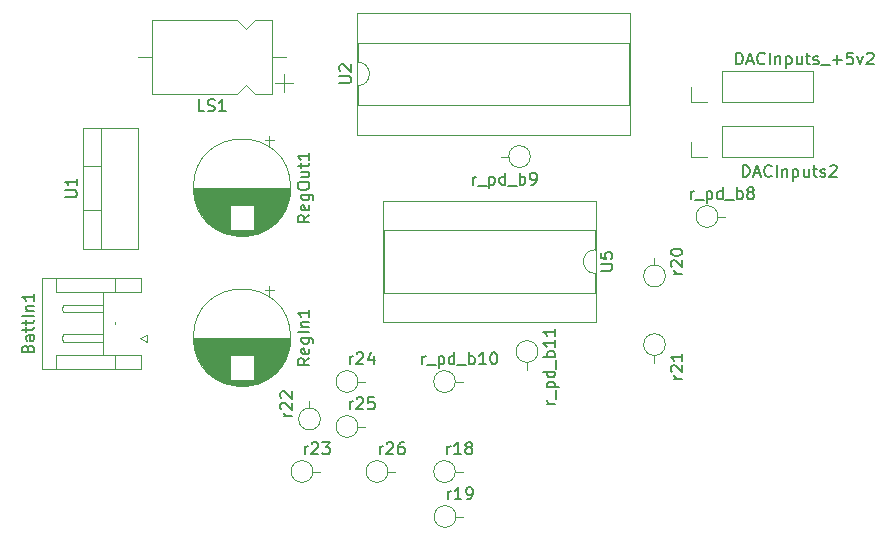
<source format=gbr>
%TF.GenerationSoftware,KiCad,Pcbnew,(6.0.2)*%
%TF.CreationDate,2022-03-17T17:29:19-05:00*%
%TF.ProjectId,alarm-PIC16F1619,616c6172-6d2d-4504-9943-313646313631,rev?*%
%TF.SameCoordinates,Original*%
%TF.FileFunction,Legend,Top*%
%TF.FilePolarity,Positive*%
%FSLAX46Y46*%
G04 Gerber Fmt 4.6, Leading zero omitted, Abs format (unit mm)*
G04 Created by KiCad (PCBNEW (6.0.2)) date 2022-03-17 17:29:19*
%MOMM*%
%LPD*%
G01*
G04 APERTURE LIST*
%ADD10C,0.150000*%
%ADD11C,0.120000*%
G04 APERTURE END LIST*
D10*
%TO.C,DACInputs_+5v2*%
X73565476Y-18232380D02*
X73565476Y-17232380D01*
X73803571Y-17232380D01*
X73946428Y-17280000D01*
X74041666Y-17375238D01*
X74089285Y-17470476D01*
X74136904Y-17660952D01*
X74136904Y-17803809D01*
X74089285Y-17994285D01*
X74041666Y-18089523D01*
X73946428Y-18184761D01*
X73803571Y-18232380D01*
X73565476Y-18232380D01*
X74517857Y-17946666D02*
X74994047Y-17946666D01*
X74422619Y-18232380D02*
X74755952Y-17232380D01*
X75089285Y-18232380D01*
X75994047Y-18137142D02*
X75946428Y-18184761D01*
X75803571Y-18232380D01*
X75708333Y-18232380D01*
X75565476Y-18184761D01*
X75470238Y-18089523D01*
X75422619Y-17994285D01*
X75375000Y-17803809D01*
X75375000Y-17660952D01*
X75422619Y-17470476D01*
X75470238Y-17375238D01*
X75565476Y-17280000D01*
X75708333Y-17232380D01*
X75803571Y-17232380D01*
X75946428Y-17280000D01*
X75994047Y-17327619D01*
X76422619Y-18232380D02*
X76422619Y-17232380D01*
X76898809Y-17565714D02*
X76898809Y-18232380D01*
X76898809Y-17660952D02*
X76946428Y-17613333D01*
X77041666Y-17565714D01*
X77184523Y-17565714D01*
X77279761Y-17613333D01*
X77327380Y-17708571D01*
X77327380Y-18232380D01*
X77803571Y-17565714D02*
X77803571Y-18565714D01*
X77803571Y-17613333D02*
X77898809Y-17565714D01*
X78089285Y-17565714D01*
X78184523Y-17613333D01*
X78232142Y-17660952D01*
X78279761Y-17756190D01*
X78279761Y-18041904D01*
X78232142Y-18137142D01*
X78184523Y-18184761D01*
X78089285Y-18232380D01*
X77898809Y-18232380D01*
X77803571Y-18184761D01*
X79136904Y-17565714D02*
X79136904Y-18232380D01*
X78708333Y-17565714D02*
X78708333Y-18089523D01*
X78755952Y-18184761D01*
X78851190Y-18232380D01*
X78994047Y-18232380D01*
X79089285Y-18184761D01*
X79136904Y-18137142D01*
X79470238Y-17565714D02*
X79851190Y-17565714D01*
X79613095Y-17232380D02*
X79613095Y-18089523D01*
X79660714Y-18184761D01*
X79755952Y-18232380D01*
X79851190Y-18232380D01*
X80136904Y-18184761D02*
X80232142Y-18232380D01*
X80422619Y-18232380D01*
X80517857Y-18184761D01*
X80565476Y-18089523D01*
X80565476Y-18041904D01*
X80517857Y-17946666D01*
X80422619Y-17899047D01*
X80279761Y-17899047D01*
X80184523Y-17851428D01*
X80136904Y-17756190D01*
X80136904Y-17708571D01*
X80184523Y-17613333D01*
X80279761Y-17565714D01*
X80422619Y-17565714D01*
X80517857Y-17613333D01*
X80755952Y-18327619D02*
X81517857Y-18327619D01*
X81755952Y-17851428D02*
X82517857Y-17851428D01*
X82136904Y-18232380D02*
X82136904Y-17470476D01*
X83470238Y-17232380D02*
X82994047Y-17232380D01*
X82946428Y-17708571D01*
X82994047Y-17660952D01*
X83089285Y-17613333D01*
X83327380Y-17613333D01*
X83422619Y-17660952D01*
X83470238Y-17708571D01*
X83517857Y-17803809D01*
X83517857Y-18041904D01*
X83470238Y-18137142D01*
X83422619Y-18184761D01*
X83327380Y-18232380D01*
X83089285Y-18232380D01*
X82994047Y-18184761D01*
X82946428Y-18137142D01*
X83851190Y-17565714D02*
X84089285Y-18232380D01*
X84327380Y-17565714D01*
X84660714Y-17327619D02*
X84708333Y-17280000D01*
X84803571Y-17232380D01*
X85041666Y-17232380D01*
X85136904Y-17280000D01*
X85184523Y-17327619D01*
X85232142Y-17422857D01*
X85232142Y-17518095D01*
X85184523Y-17660952D01*
X84613095Y-18232380D01*
X85232142Y-18232380D01*
%TO.C,DACInputs2*%
X74152619Y-27757380D02*
X74152619Y-26757380D01*
X74390714Y-26757380D01*
X74533571Y-26805000D01*
X74628809Y-26900238D01*
X74676428Y-26995476D01*
X74724047Y-27185952D01*
X74724047Y-27328809D01*
X74676428Y-27519285D01*
X74628809Y-27614523D01*
X74533571Y-27709761D01*
X74390714Y-27757380D01*
X74152619Y-27757380D01*
X75105000Y-27471666D02*
X75581190Y-27471666D01*
X75009761Y-27757380D02*
X75343095Y-26757380D01*
X75676428Y-27757380D01*
X76581190Y-27662142D02*
X76533571Y-27709761D01*
X76390714Y-27757380D01*
X76295476Y-27757380D01*
X76152619Y-27709761D01*
X76057380Y-27614523D01*
X76009761Y-27519285D01*
X75962142Y-27328809D01*
X75962142Y-27185952D01*
X76009761Y-26995476D01*
X76057380Y-26900238D01*
X76152619Y-26805000D01*
X76295476Y-26757380D01*
X76390714Y-26757380D01*
X76533571Y-26805000D01*
X76581190Y-26852619D01*
X77009761Y-27757380D02*
X77009761Y-26757380D01*
X77485952Y-27090714D02*
X77485952Y-27757380D01*
X77485952Y-27185952D02*
X77533571Y-27138333D01*
X77628809Y-27090714D01*
X77771666Y-27090714D01*
X77866904Y-27138333D01*
X77914523Y-27233571D01*
X77914523Y-27757380D01*
X78390714Y-27090714D02*
X78390714Y-28090714D01*
X78390714Y-27138333D02*
X78485952Y-27090714D01*
X78676428Y-27090714D01*
X78771666Y-27138333D01*
X78819285Y-27185952D01*
X78866904Y-27281190D01*
X78866904Y-27566904D01*
X78819285Y-27662142D01*
X78771666Y-27709761D01*
X78676428Y-27757380D01*
X78485952Y-27757380D01*
X78390714Y-27709761D01*
X79724047Y-27090714D02*
X79724047Y-27757380D01*
X79295476Y-27090714D02*
X79295476Y-27614523D01*
X79343095Y-27709761D01*
X79438333Y-27757380D01*
X79581190Y-27757380D01*
X79676428Y-27709761D01*
X79724047Y-27662142D01*
X80057380Y-27090714D02*
X80438333Y-27090714D01*
X80200238Y-26757380D02*
X80200238Y-27614523D01*
X80247857Y-27709761D01*
X80343095Y-27757380D01*
X80438333Y-27757380D01*
X80724047Y-27709761D02*
X80819285Y-27757380D01*
X81009761Y-27757380D01*
X81105000Y-27709761D01*
X81152619Y-27614523D01*
X81152619Y-27566904D01*
X81105000Y-27471666D01*
X81009761Y-27424047D01*
X80866904Y-27424047D01*
X80771666Y-27376428D01*
X80724047Y-27281190D01*
X80724047Y-27233571D01*
X80771666Y-27138333D01*
X80866904Y-27090714D01*
X81009761Y-27090714D01*
X81105000Y-27138333D01*
X81533571Y-26852619D02*
X81581190Y-26805000D01*
X81676428Y-26757380D01*
X81914523Y-26757380D01*
X82009761Y-26805000D01*
X82057380Y-26852619D01*
X82105000Y-26947857D01*
X82105000Y-27043095D01*
X82057380Y-27185952D01*
X81485952Y-27757380D01*
X82105000Y-27757380D01*
%TO.C,U5*%
X62107380Y-35686904D02*
X62916904Y-35686904D01*
X63012142Y-35639285D01*
X63059761Y-35591666D01*
X63107380Y-35496428D01*
X63107380Y-35305952D01*
X63059761Y-35210714D01*
X63012142Y-35163095D01*
X62916904Y-35115476D01*
X62107380Y-35115476D01*
X62107380Y-34163095D02*
X62107380Y-34639285D01*
X62583571Y-34686904D01*
X62535952Y-34639285D01*
X62488333Y-34544047D01*
X62488333Y-34305952D01*
X62535952Y-34210714D01*
X62583571Y-34163095D01*
X62678809Y-34115476D01*
X62916904Y-34115476D01*
X63012142Y-34163095D01*
X63059761Y-34210714D01*
X63107380Y-34305952D01*
X63107380Y-34544047D01*
X63059761Y-34639285D01*
X63012142Y-34686904D01*
%TO.C,r_pd_b11*%
X58252380Y-46957857D02*
X57585714Y-46957857D01*
X57776190Y-46957857D02*
X57680952Y-46910238D01*
X57633333Y-46862619D01*
X57585714Y-46767380D01*
X57585714Y-46672142D01*
X58347619Y-46576904D02*
X58347619Y-45815000D01*
X57585714Y-45576904D02*
X58585714Y-45576904D01*
X57633333Y-45576904D02*
X57585714Y-45481666D01*
X57585714Y-45291190D01*
X57633333Y-45195952D01*
X57680952Y-45148333D01*
X57776190Y-45100714D01*
X58061904Y-45100714D01*
X58157142Y-45148333D01*
X58204761Y-45195952D01*
X58252380Y-45291190D01*
X58252380Y-45481666D01*
X58204761Y-45576904D01*
X58252380Y-44243571D02*
X57252380Y-44243571D01*
X58204761Y-44243571D02*
X58252380Y-44338809D01*
X58252380Y-44529285D01*
X58204761Y-44624523D01*
X58157142Y-44672142D01*
X58061904Y-44719761D01*
X57776190Y-44719761D01*
X57680952Y-44672142D01*
X57633333Y-44624523D01*
X57585714Y-44529285D01*
X57585714Y-44338809D01*
X57633333Y-44243571D01*
X58347619Y-44005476D02*
X58347619Y-43243571D01*
X58252380Y-43005476D02*
X57252380Y-43005476D01*
X57633333Y-43005476D02*
X57585714Y-42910238D01*
X57585714Y-42719761D01*
X57633333Y-42624523D01*
X57680952Y-42576904D01*
X57776190Y-42529285D01*
X58061904Y-42529285D01*
X58157142Y-42576904D01*
X58204761Y-42624523D01*
X58252380Y-42719761D01*
X58252380Y-42910238D01*
X58204761Y-43005476D01*
X58252380Y-41576904D02*
X58252380Y-42148333D01*
X58252380Y-41862619D02*
X57252380Y-41862619D01*
X57395238Y-41957857D01*
X57490476Y-42053095D01*
X57538095Y-42148333D01*
X58252380Y-40624523D02*
X58252380Y-41195952D01*
X58252380Y-40910238D02*
X57252380Y-40910238D01*
X57395238Y-41005476D01*
X57490476Y-41100714D01*
X57538095Y-41195952D01*
%TO.C,r_pd_b10*%
X47022142Y-43617380D02*
X47022142Y-42950714D01*
X47022142Y-43141190D02*
X47069761Y-43045952D01*
X47117380Y-42998333D01*
X47212619Y-42950714D01*
X47307857Y-42950714D01*
X47403095Y-43712619D02*
X48165000Y-43712619D01*
X48403095Y-42950714D02*
X48403095Y-43950714D01*
X48403095Y-42998333D02*
X48498333Y-42950714D01*
X48688809Y-42950714D01*
X48784047Y-42998333D01*
X48831666Y-43045952D01*
X48879285Y-43141190D01*
X48879285Y-43426904D01*
X48831666Y-43522142D01*
X48784047Y-43569761D01*
X48688809Y-43617380D01*
X48498333Y-43617380D01*
X48403095Y-43569761D01*
X49736428Y-43617380D02*
X49736428Y-42617380D01*
X49736428Y-43569761D02*
X49641190Y-43617380D01*
X49450714Y-43617380D01*
X49355476Y-43569761D01*
X49307857Y-43522142D01*
X49260238Y-43426904D01*
X49260238Y-43141190D01*
X49307857Y-43045952D01*
X49355476Y-42998333D01*
X49450714Y-42950714D01*
X49641190Y-42950714D01*
X49736428Y-42998333D01*
X49974523Y-43712619D02*
X50736428Y-43712619D01*
X50974523Y-43617380D02*
X50974523Y-42617380D01*
X50974523Y-42998333D02*
X51069761Y-42950714D01*
X51260238Y-42950714D01*
X51355476Y-42998333D01*
X51403095Y-43045952D01*
X51450714Y-43141190D01*
X51450714Y-43426904D01*
X51403095Y-43522142D01*
X51355476Y-43569761D01*
X51260238Y-43617380D01*
X51069761Y-43617380D01*
X50974523Y-43569761D01*
X52403095Y-43617380D02*
X51831666Y-43617380D01*
X52117380Y-43617380D02*
X52117380Y-42617380D01*
X52022142Y-42760238D01*
X51926904Y-42855476D01*
X51831666Y-42903095D01*
X53022142Y-42617380D02*
X53117380Y-42617380D01*
X53212619Y-42665000D01*
X53260238Y-42712619D01*
X53307857Y-42807857D01*
X53355476Y-42998333D01*
X53355476Y-43236428D01*
X53307857Y-43426904D01*
X53260238Y-43522142D01*
X53212619Y-43569761D01*
X53117380Y-43617380D01*
X53022142Y-43617380D01*
X52926904Y-43569761D01*
X52879285Y-43522142D01*
X52831666Y-43426904D01*
X52784047Y-43236428D01*
X52784047Y-42998333D01*
X52831666Y-42807857D01*
X52879285Y-42712619D01*
X52926904Y-42665000D01*
X53022142Y-42617380D01*
%TO.C,r_pd_b9*%
X51308333Y-28407380D02*
X51308333Y-27740714D01*
X51308333Y-27931190D02*
X51355952Y-27835952D01*
X51403571Y-27788333D01*
X51498809Y-27740714D01*
X51594047Y-27740714D01*
X51689285Y-28502619D02*
X52451190Y-28502619D01*
X52689285Y-27740714D02*
X52689285Y-28740714D01*
X52689285Y-27788333D02*
X52784523Y-27740714D01*
X52975000Y-27740714D01*
X53070238Y-27788333D01*
X53117857Y-27835952D01*
X53165476Y-27931190D01*
X53165476Y-28216904D01*
X53117857Y-28312142D01*
X53070238Y-28359761D01*
X52975000Y-28407380D01*
X52784523Y-28407380D01*
X52689285Y-28359761D01*
X54022619Y-28407380D02*
X54022619Y-27407380D01*
X54022619Y-28359761D02*
X53927380Y-28407380D01*
X53736904Y-28407380D01*
X53641666Y-28359761D01*
X53594047Y-28312142D01*
X53546428Y-28216904D01*
X53546428Y-27931190D01*
X53594047Y-27835952D01*
X53641666Y-27788333D01*
X53736904Y-27740714D01*
X53927380Y-27740714D01*
X54022619Y-27788333D01*
X54260714Y-28502619D02*
X55022619Y-28502619D01*
X55260714Y-28407380D02*
X55260714Y-27407380D01*
X55260714Y-27788333D02*
X55355952Y-27740714D01*
X55546428Y-27740714D01*
X55641666Y-27788333D01*
X55689285Y-27835952D01*
X55736904Y-27931190D01*
X55736904Y-28216904D01*
X55689285Y-28312142D01*
X55641666Y-28359761D01*
X55546428Y-28407380D01*
X55355952Y-28407380D01*
X55260714Y-28359761D01*
X56213095Y-28407380D02*
X56403571Y-28407380D01*
X56498809Y-28359761D01*
X56546428Y-28312142D01*
X56641666Y-28169285D01*
X56689285Y-27978809D01*
X56689285Y-27597857D01*
X56641666Y-27502619D01*
X56594047Y-27455000D01*
X56498809Y-27407380D01*
X56308333Y-27407380D01*
X56213095Y-27455000D01*
X56165476Y-27502619D01*
X56117857Y-27597857D01*
X56117857Y-27835952D01*
X56165476Y-27931190D01*
X56213095Y-27978809D01*
X56308333Y-28026428D01*
X56498809Y-28026428D01*
X56594047Y-27978809D01*
X56641666Y-27931190D01*
X56689285Y-27835952D01*
%TO.C,r_pd_b8*%
X69723333Y-29647380D02*
X69723333Y-28980714D01*
X69723333Y-29171190D02*
X69770952Y-29075952D01*
X69818571Y-29028333D01*
X69913809Y-28980714D01*
X70009047Y-28980714D01*
X70104285Y-29742619D02*
X70866190Y-29742619D01*
X71104285Y-28980714D02*
X71104285Y-29980714D01*
X71104285Y-29028333D02*
X71199523Y-28980714D01*
X71390000Y-28980714D01*
X71485238Y-29028333D01*
X71532857Y-29075952D01*
X71580476Y-29171190D01*
X71580476Y-29456904D01*
X71532857Y-29552142D01*
X71485238Y-29599761D01*
X71390000Y-29647380D01*
X71199523Y-29647380D01*
X71104285Y-29599761D01*
X72437619Y-29647380D02*
X72437619Y-28647380D01*
X72437619Y-29599761D02*
X72342380Y-29647380D01*
X72151904Y-29647380D01*
X72056666Y-29599761D01*
X72009047Y-29552142D01*
X71961428Y-29456904D01*
X71961428Y-29171190D01*
X72009047Y-29075952D01*
X72056666Y-29028333D01*
X72151904Y-28980714D01*
X72342380Y-28980714D01*
X72437619Y-29028333D01*
X72675714Y-29742619D02*
X73437619Y-29742619D01*
X73675714Y-29647380D02*
X73675714Y-28647380D01*
X73675714Y-29028333D02*
X73770952Y-28980714D01*
X73961428Y-28980714D01*
X74056666Y-29028333D01*
X74104285Y-29075952D01*
X74151904Y-29171190D01*
X74151904Y-29456904D01*
X74104285Y-29552142D01*
X74056666Y-29599761D01*
X73961428Y-29647380D01*
X73770952Y-29647380D01*
X73675714Y-29599761D01*
X74723333Y-29075952D02*
X74628095Y-29028333D01*
X74580476Y-28980714D01*
X74532857Y-28885476D01*
X74532857Y-28837857D01*
X74580476Y-28742619D01*
X74628095Y-28695000D01*
X74723333Y-28647380D01*
X74913809Y-28647380D01*
X75009047Y-28695000D01*
X75056666Y-28742619D01*
X75104285Y-28837857D01*
X75104285Y-28885476D01*
X75056666Y-28980714D01*
X75009047Y-29028333D01*
X74913809Y-29075952D01*
X74723333Y-29075952D01*
X74628095Y-29123571D01*
X74580476Y-29171190D01*
X74532857Y-29266428D01*
X74532857Y-29456904D01*
X74580476Y-29552142D01*
X74628095Y-29599761D01*
X74723333Y-29647380D01*
X74913809Y-29647380D01*
X75009047Y-29599761D01*
X75056666Y-29552142D01*
X75104285Y-29456904D01*
X75104285Y-29266428D01*
X75056666Y-29171190D01*
X75009047Y-29123571D01*
X74913809Y-29075952D01*
%TO.C,r26*%
X43426190Y-51237380D02*
X43426190Y-50570714D01*
X43426190Y-50761190D02*
X43473809Y-50665952D01*
X43521428Y-50618333D01*
X43616666Y-50570714D01*
X43711904Y-50570714D01*
X43997619Y-50332619D02*
X44045238Y-50285000D01*
X44140476Y-50237380D01*
X44378571Y-50237380D01*
X44473809Y-50285000D01*
X44521428Y-50332619D01*
X44569047Y-50427857D01*
X44569047Y-50523095D01*
X44521428Y-50665952D01*
X43950000Y-51237380D01*
X44569047Y-51237380D01*
X45426190Y-50237380D02*
X45235714Y-50237380D01*
X45140476Y-50285000D01*
X45092857Y-50332619D01*
X44997619Y-50475476D01*
X44950000Y-50665952D01*
X44950000Y-51046904D01*
X44997619Y-51142142D01*
X45045238Y-51189761D01*
X45140476Y-51237380D01*
X45330952Y-51237380D01*
X45426190Y-51189761D01*
X45473809Y-51142142D01*
X45521428Y-51046904D01*
X45521428Y-50808809D01*
X45473809Y-50713571D01*
X45426190Y-50665952D01*
X45330952Y-50618333D01*
X45140476Y-50618333D01*
X45045238Y-50665952D01*
X44997619Y-50713571D01*
X44950000Y-50808809D01*
%TO.C,r25*%
X40886190Y-47427380D02*
X40886190Y-46760714D01*
X40886190Y-46951190D02*
X40933809Y-46855952D01*
X40981428Y-46808333D01*
X41076666Y-46760714D01*
X41171904Y-46760714D01*
X41457619Y-46522619D02*
X41505238Y-46475000D01*
X41600476Y-46427380D01*
X41838571Y-46427380D01*
X41933809Y-46475000D01*
X41981428Y-46522619D01*
X42029047Y-46617857D01*
X42029047Y-46713095D01*
X41981428Y-46855952D01*
X41410000Y-47427380D01*
X42029047Y-47427380D01*
X42933809Y-46427380D02*
X42457619Y-46427380D01*
X42410000Y-46903571D01*
X42457619Y-46855952D01*
X42552857Y-46808333D01*
X42790952Y-46808333D01*
X42886190Y-46855952D01*
X42933809Y-46903571D01*
X42981428Y-46998809D01*
X42981428Y-47236904D01*
X42933809Y-47332142D01*
X42886190Y-47379761D01*
X42790952Y-47427380D01*
X42552857Y-47427380D01*
X42457619Y-47379761D01*
X42410000Y-47332142D01*
%TO.C,r24*%
X40886190Y-43617380D02*
X40886190Y-42950714D01*
X40886190Y-43141190D02*
X40933809Y-43045952D01*
X40981428Y-42998333D01*
X41076666Y-42950714D01*
X41171904Y-42950714D01*
X41457619Y-42712619D02*
X41505238Y-42665000D01*
X41600476Y-42617380D01*
X41838571Y-42617380D01*
X41933809Y-42665000D01*
X41981428Y-42712619D01*
X42029047Y-42807857D01*
X42029047Y-42903095D01*
X41981428Y-43045952D01*
X41410000Y-43617380D01*
X42029047Y-43617380D01*
X42886190Y-42950714D02*
X42886190Y-43617380D01*
X42648095Y-42569761D02*
X42410000Y-43284047D01*
X43029047Y-43284047D01*
%TO.C,r23*%
X37076190Y-51237380D02*
X37076190Y-50570714D01*
X37076190Y-50761190D02*
X37123809Y-50665952D01*
X37171428Y-50618333D01*
X37266666Y-50570714D01*
X37361904Y-50570714D01*
X37647619Y-50332619D02*
X37695238Y-50285000D01*
X37790476Y-50237380D01*
X38028571Y-50237380D01*
X38123809Y-50285000D01*
X38171428Y-50332619D01*
X38219047Y-50427857D01*
X38219047Y-50523095D01*
X38171428Y-50665952D01*
X37600000Y-51237380D01*
X38219047Y-51237380D01*
X38552380Y-50237380D02*
X39171428Y-50237380D01*
X38838095Y-50618333D01*
X38980952Y-50618333D01*
X39076190Y-50665952D01*
X39123809Y-50713571D01*
X39171428Y-50808809D01*
X39171428Y-51046904D01*
X39123809Y-51142142D01*
X39076190Y-51189761D01*
X38980952Y-51237380D01*
X38695238Y-51237380D01*
X38600000Y-51189761D01*
X38552380Y-51142142D01*
%TO.C,r22*%
X35997380Y-48013809D02*
X35330714Y-48013809D01*
X35521190Y-48013809D02*
X35425952Y-47966190D01*
X35378333Y-47918571D01*
X35330714Y-47823333D01*
X35330714Y-47728095D01*
X35092619Y-47442380D02*
X35045000Y-47394761D01*
X34997380Y-47299523D01*
X34997380Y-47061428D01*
X35045000Y-46966190D01*
X35092619Y-46918571D01*
X35187857Y-46870952D01*
X35283095Y-46870952D01*
X35425952Y-46918571D01*
X35997380Y-47490000D01*
X35997380Y-46870952D01*
X35092619Y-46490000D02*
X35045000Y-46442380D01*
X34997380Y-46347142D01*
X34997380Y-46109047D01*
X35045000Y-46013809D01*
X35092619Y-45966190D01*
X35187857Y-45918571D01*
X35283095Y-45918571D01*
X35425952Y-45966190D01*
X35997380Y-46537619D01*
X35997380Y-45918571D01*
%TO.C,r21*%
X69032380Y-44838809D02*
X68365714Y-44838809D01*
X68556190Y-44838809D02*
X68460952Y-44791190D01*
X68413333Y-44743571D01*
X68365714Y-44648333D01*
X68365714Y-44553095D01*
X68127619Y-44267380D02*
X68080000Y-44219761D01*
X68032380Y-44124523D01*
X68032380Y-43886428D01*
X68080000Y-43791190D01*
X68127619Y-43743571D01*
X68222857Y-43695952D01*
X68318095Y-43695952D01*
X68460952Y-43743571D01*
X69032380Y-44315000D01*
X69032380Y-43695952D01*
X69032380Y-42743571D02*
X69032380Y-43315000D01*
X69032380Y-43029285D02*
X68032380Y-43029285D01*
X68175238Y-43124523D01*
X68270476Y-43219761D01*
X68318095Y-43315000D01*
%TO.C,r20*%
X69032380Y-35938809D02*
X68365714Y-35938809D01*
X68556190Y-35938809D02*
X68460952Y-35891190D01*
X68413333Y-35843571D01*
X68365714Y-35748333D01*
X68365714Y-35653095D01*
X68127619Y-35367380D02*
X68080000Y-35319761D01*
X68032380Y-35224523D01*
X68032380Y-34986428D01*
X68080000Y-34891190D01*
X68127619Y-34843571D01*
X68222857Y-34795952D01*
X68318095Y-34795952D01*
X68460952Y-34843571D01*
X69032380Y-35415000D01*
X69032380Y-34795952D01*
X68032380Y-34176904D02*
X68032380Y-34081666D01*
X68080000Y-33986428D01*
X68127619Y-33938809D01*
X68222857Y-33891190D01*
X68413333Y-33843571D01*
X68651428Y-33843571D01*
X68841904Y-33891190D01*
X68937142Y-33938809D01*
X68984761Y-33986428D01*
X69032380Y-34081666D01*
X69032380Y-34176904D01*
X68984761Y-34272142D01*
X68937142Y-34319761D01*
X68841904Y-34367380D01*
X68651428Y-34415000D01*
X68413333Y-34415000D01*
X68222857Y-34367380D01*
X68127619Y-34319761D01*
X68080000Y-34272142D01*
X68032380Y-34176904D01*
%TO.C,r19*%
X49191190Y-55047380D02*
X49191190Y-54380714D01*
X49191190Y-54571190D02*
X49238809Y-54475952D01*
X49286428Y-54428333D01*
X49381666Y-54380714D01*
X49476904Y-54380714D01*
X50334047Y-55047380D02*
X49762619Y-55047380D01*
X50048333Y-55047380D02*
X50048333Y-54047380D01*
X49953095Y-54190238D01*
X49857857Y-54285476D01*
X49762619Y-54333095D01*
X50810238Y-55047380D02*
X51000714Y-55047380D01*
X51095952Y-54999761D01*
X51143571Y-54952142D01*
X51238809Y-54809285D01*
X51286428Y-54618809D01*
X51286428Y-54237857D01*
X51238809Y-54142619D01*
X51191190Y-54095000D01*
X51095952Y-54047380D01*
X50905476Y-54047380D01*
X50810238Y-54095000D01*
X50762619Y-54142619D01*
X50715000Y-54237857D01*
X50715000Y-54475952D01*
X50762619Y-54571190D01*
X50810238Y-54618809D01*
X50905476Y-54666428D01*
X51095952Y-54666428D01*
X51191190Y-54618809D01*
X51238809Y-54571190D01*
X51286428Y-54475952D01*
%TO.C,r18*%
X49141190Y-51237380D02*
X49141190Y-50570714D01*
X49141190Y-50761190D02*
X49188809Y-50665952D01*
X49236428Y-50618333D01*
X49331666Y-50570714D01*
X49426904Y-50570714D01*
X50284047Y-51237380D02*
X49712619Y-51237380D01*
X49998333Y-51237380D02*
X49998333Y-50237380D01*
X49903095Y-50380238D01*
X49807857Y-50475476D01*
X49712619Y-50523095D01*
X50855476Y-50665952D02*
X50760238Y-50618333D01*
X50712619Y-50570714D01*
X50665000Y-50475476D01*
X50665000Y-50427857D01*
X50712619Y-50332619D01*
X50760238Y-50285000D01*
X50855476Y-50237380D01*
X51045952Y-50237380D01*
X51141190Y-50285000D01*
X51188809Y-50332619D01*
X51236428Y-50427857D01*
X51236428Y-50475476D01*
X51188809Y-50570714D01*
X51141190Y-50618333D01*
X51045952Y-50665952D01*
X50855476Y-50665952D01*
X50760238Y-50713571D01*
X50712619Y-50761190D01*
X50665000Y-50856428D01*
X50665000Y-51046904D01*
X50712619Y-51142142D01*
X50760238Y-51189761D01*
X50855476Y-51237380D01*
X51045952Y-51237380D01*
X51141190Y-51189761D01*
X51188809Y-51142142D01*
X51236428Y-51046904D01*
X51236428Y-50856428D01*
X51188809Y-50761190D01*
X51141190Y-50713571D01*
X51045952Y-50665952D01*
%TO.C,U2*%
X39992380Y-19801904D02*
X40801904Y-19801904D01*
X40897142Y-19754285D01*
X40944761Y-19706666D01*
X40992380Y-19611428D01*
X40992380Y-19420952D01*
X40944761Y-19325714D01*
X40897142Y-19278095D01*
X40801904Y-19230476D01*
X39992380Y-19230476D01*
X40087619Y-18801904D02*
X40040000Y-18754285D01*
X39992380Y-18659047D01*
X39992380Y-18420952D01*
X40040000Y-18325714D01*
X40087619Y-18278095D01*
X40182857Y-18230476D01*
X40278095Y-18230476D01*
X40420952Y-18278095D01*
X40992380Y-18849523D01*
X40992380Y-18230476D01*
%TO.C,RegIn1*%
X37452380Y-43110444D02*
X36976190Y-43443777D01*
X37452380Y-43681872D02*
X36452380Y-43681872D01*
X36452380Y-43300920D01*
X36500000Y-43205682D01*
X36547619Y-43158063D01*
X36642857Y-43110444D01*
X36785714Y-43110444D01*
X36880952Y-43158063D01*
X36928571Y-43205682D01*
X36976190Y-43300920D01*
X36976190Y-43681872D01*
X37404761Y-42300920D02*
X37452380Y-42396158D01*
X37452380Y-42586634D01*
X37404761Y-42681872D01*
X37309523Y-42729491D01*
X36928571Y-42729491D01*
X36833333Y-42681872D01*
X36785714Y-42586634D01*
X36785714Y-42396158D01*
X36833333Y-42300920D01*
X36928571Y-42253301D01*
X37023809Y-42253301D01*
X37119047Y-42729491D01*
X36785714Y-41396158D02*
X37595238Y-41396158D01*
X37690476Y-41443777D01*
X37738095Y-41491396D01*
X37785714Y-41586634D01*
X37785714Y-41729491D01*
X37738095Y-41824729D01*
X37404761Y-41396158D02*
X37452380Y-41491396D01*
X37452380Y-41681872D01*
X37404761Y-41777110D01*
X37357142Y-41824729D01*
X37261904Y-41872349D01*
X36976190Y-41872349D01*
X36880952Y-41824729D01*
X36833333Y-41777110D01*
X36785714Y-41681872D01*
X36785714Y-41491396D01*
X36833333Y-41396158D01*
X37452380Y-40919968D02*
X36452380Y-40919968D01*
X36785714Y-40443777D02*
X37452380Y-40443777D01*
X36880952Y-40443777D02*
X36833333Y-40396158D01*
X36785714Y-40300920D01*
X36785714Y-40158063D01*
X36833333Y-40062825D01*
X36928571Y-40015206D01*
X37452380Y-40015206D01*
X37452380Y-39015206D02*
X37452380Y-39586634D01*
X37452380Y-39300920D02*
X36452380Y-39300920D01*
X36595238Y-39396158D01*
X36690476Y-39491396D01*
X36738095Y-39586634D01*
%TO.C,LS1*%
X28567142Y-22205209D02*
X28090952Y-22205209D01*
X28090952Y-21205209D01*
X28852857Y-22157590D02*
X28995714Y-22205209D01*
X29233809Y-22205209D01*
X29329047Y-22157590D01*
X29376666Y-22109971D01*
X29424285Y-22014733D01*
X29424285Y-21919495D01*
X29376666Y-21824257D01*
X29329047Y-21776638D01*
X29233809Y-21729019D01*
X29043333Y-21681400D01*
X28948095Y-21633781D01*
X28900476Y-21586162D01*
X28852857Y-21490924D01*
X28852857Y-21395686D01*
X28900476Y-21300448D01*
X28948095Y-21252829D01*
X29043333Y-21205209D01*
X29281428Y-21205209D01*
X29424285Y-21252829D01*
X30376666Y-22205209D02*
X29805238Y-22205209D01*
X30090952Y-22205209D02*
X30090952Y-21205209D01*
X29995714Y-21348067D01*
X29900476Y-21443305D01*
X29805238Y-21490924D01*
%TO.C,U1*%
X16772380Y-29474253D02*
X17581904Y-29474253D01*
X17677142Y-29426634D01*
X17724761Y-29379015D01*
X17772380Y-29283777D01*
X17772380Y-29093301D01*
X17724761Y-28998063D01*
X17677142Y-28950444D01*
X17581904Y-28902825D01*
X16772380Y-28902825D01*
X17772380Y-27902825D02*
X17772380Y-28474253D01*
X17772380Y-28188539D02*
X16772380Y-28188539D01*
X16915238Y-28283777D01*
X17010476Y-28379015D01*
X17058095Y-28474253D01*
%TO.C,RegOut1*%
X37452380Y-30981872D02*
X36976190Y-31315206D01*
X37452380Y-31553301D02*
X36452380Y-31553301D01*
X36452380Y-31172349D01*
X36500000Y-31077110D01*
X36547619Y-31029491D01*
X36642857Y-30981872D01*
X36785714Y-30981872D01*
X36880952Y-31029491D01*
X36928571Y-31077110D01*
X36976190Y-31172349D01*
X36976190Y-31553301D01*
X37404761Y-30172349D02*
X37452380Y-30267587D01*
X37452380Y-30458063D01*
X37404761Y-30553301D01*
X37309523Y-30600920D01*
X36928571Y-30600920D01*
X36833333Y-30553301D01*
X36785714Y-30458063D01*
X36785714Y-30267587D01*
X36833333Y-30172349D01*
X36928571Y-30124729D01*
X37023809Y-30124729D01*
X37119047Y-30600920D01*
X36785714Y-29267587D02*
X37595238Y-29267587D01*
X37690476Y-29315206D01*
X37738095Y-29362825D01*
X37785714Y-29458063D01*
X37785714Y-29600920D01*
X37738095Y-29696158D01*
X37404761Y-29267587D02*
X37452380Y-29362825D01*
X37452380Y-29553301D01*
X37404761Y-29648539D01*
X37357142Y-29696158D01*
X37261904Y-29743777D01*
X36976190Y-29743777D01*
X36880952Y-29696158D01*
X36833333Y-29648539D01*
X36785714Y-29553301D01*
X36785714Y-29362825D01*
X36833333Y-29267587D01*
X36452380Y-28600920D02*
X36452380Y-28410444D01*
X36500000Y-28315206D01*
X36595238Y-28219968D01*
X36785714Y-28172349D01*
X37119047Y-28172349D01*
X37309523Y-28219968D01*
X37404761Y-28315206D01*
X37452380Y-28410444D01*
X37452380Y-28600920D01*
X37404761Y-28696158D01*
X37309523Y-28791396D01*
X37119047Y-28839015D01*
X36785714Y-28839015D01*
X36595238Y-28791396D01*
X36500000Y-28696158D01*
X36452380Y-28600920D01*
X36785714Y-27315206D02*
X37452380Y-27315206D01*
X36785714Y-27743777D02*
X37309523Y-27743777D01*
X37404761Y-27696158D01*
X37452380Y-27600920D01*
X37452380Y-27458063D01*
X37404761Y-27362825D01*
X37357142Y-27315206D01*
X36785714Y-26981872D02*
X36785714Y-26600920D01*
X36452380Y-26839015D02*
X37309523Y-26839015D01*
X37404761Y-26791396D01*
X37452380Y-26696158D01*
X37452380Y-26600920D01*
X37452380Y-25743777D02*
X37452380Y-26315206D01*
X37452380Y-26029491D02*
X36452380Y-26029491D01*
X36595238Y-26124729D01*
X36690476Y-26219968D01*
X36738095Y-26315206D01*
%TO.C,BattIn1*%
X13618571Y-42281396D02*
X13666190Y-42138539D01*
X13713809Y-42090920D01*
X13809047Y-42043301D01*
X13951904Y-42043301D01*
X14047142Y-42090920D01*
X14094761Y-42138539D01*
X14142380Y-42233777D01*
X14142380Y-42614729D01*
X13142380Y-42614729D01*
X13142380Y-42281396D01*
X13190000Y-42186158D01*
X13237619Y-42138539D01*
X13332857Y-42090920D01*
X13428095Y-42090920D01*
X13523333Y-42138539D01*
X13570952Y-42186158D01*
X13618571Y-42281396D01*
X13618571Y-42614729D01*
X14142380Y-41186158D02*
X13618571Y-41186158D01*
X13523333Y-41233777D01*
X13475714Y-41329015D01*
X13475714Y-41519491D01*
X13523333Y-41614729D01*
X14094761Y-41186158D02*
X14142380Y-41281396D01*
X14142380Y-41519491D01*
X14094761Y-41614729D01*
X13999523Y-41662349D01*
X13904285Y-41662349D01*
X13809047Y-41614729D01*
X13761428Y-41519491D01*
X13761428Y-41281396D01*
X13713809Y-41186158D01*
X13475714Y-40852825D02*
X13475714Y-40471872D01*
X13142380Y-40709968D02*
X13999523Y-40709968D01*
X14094761Y-40662349D01*
X14142380Y-40567110D01*
X14142380Y-40471872D01*
X13475714Y-40281396D02*
X13475714Y-39900444D01*
X13142380Y-40138539D02*
X13999523Y-40138539D01*
X14094761Y-40090920D01*
X14142380Y-39995682D01*
X14142380Y-39900444D01*
X14142380Y-39567110D02*
X13142380Y-39567110D01*
X13475714Y-39090920D02*
X14142380Y-39090920D01*
X13570952Y-39090920D02*
X13523333Y-39043301D01*
X13475714Y-38948063D01*
X13475714Y-38805206D01*
X13523333Y-38709968D01*
X13618571Y-38662349D01*
X14142380Y-38662349D01*
X14142380Y-37662349D02*
X14142380Y-38233777D01*
X14142380Y-37948063D02*
X13142380Y-37948063D01*
X13285238Y-38043301D01*
X13380476Y-38138539D01*
X13428095Y-38233777D01*
D11*
%TO.C,DACInputs_+5v2*%
X72400000Y-18785000D02*
X80080000Y-18785000D01*
X71130000Y-21445000D02*
X69800000Y-21445000D01*
X80080000Y-21445000D02*
X80080000Y-18785000D01*
X72400000Y-21445000D02*
X72400000Y-18785000D01*
X69800000Y-21445000D02*
X69800000Y-20115000D01*
X72400000Y-21445000D02*
X80080000Y-21445000D01*
%TO.C,DACInputs2*%
X72400000Y-23435000D02*
X80080000Y-23435000D01*
X71130000Y-26095000D02*
X69800000Y-26095000D01*
X80080000Y-26095000D02*
X80080000Y-23435000D01*
X72400000Y-26095000D02*
X72400000Y-23435000D01*
X69800000Y-26095000D02*
X69800000Y-24765000D01*
X72400000Y-26095000D02*
X80080000Y-26095000D01*
%TO.C,U5*%
X61715000Y-40065000D02*
X61715000Y-29785000D01*
X43695000Y-40065000D02*
X61715000Y-40065000D01*
X43695000Y-29785000D02*
X43695000Y-40065000D01*
X61655000Y-37575000D02*
X61655000Y-35925000D01*
X61655000Y-32275000D02*
X43755000Y-32275000D01*
X43755000Y-32275000D02*
X43755000Y-37575000D01*
X61655000Y-33925000D02*
X61655000Y-32275000D01*
X61715000Y-29785000D02*
X43695000Y-29785000D01*
X43755000Y-37575000D02*
X61655000Y-37575000D01*
X61655000Y-33925000D02*
G75*
G03*
X61655000Y-35925000I0J-1000000D01*
G01*
%TO.C,r_pd_b11*%
X55880000Y-43465000D02*
X55880000Y-44085000D01*
X56800000Y-42545000D02*
G75*
G03*
X56800000Y-42545000I-920000J0D01*
G01*
%TO.C,r_pd_b10*%
X49815000Y-45085000D02*
X50435000Y-45085000D01*
X49815000Y-45085000D02*
G75*
G03*
X49815000Y-45085000I-920000J0D01*
G01*
%TO.C,r_pd_b9*%
X56165000Y-26035000D02*
G75*
G03*
X56165000Y-26035000I-920000J0D01*
G01*
X54325000Y-26035000D02*
X53705000Y-26035000D01*
%TO.C,r_pd_b8*%
X72040000Y-31115000D02*
X72660000Y-31115000D01*
X72040000Y-31115000D02*
G75*
G03*
X72040000Y-31115000I-920000J0D01*
G01*
%TO.C,r26*%
X44100000Y-52705000D02*
X44720000Y-52705000D01*
X44100000Y-52705000D02*
G75*
G03*
X44100000Y-52705000I-920000J0D01*
G01*
%TO.C,r25*%
X41560000Y-48895000D02*
X42180000Y-48895000D01*
X41560000Y-48895000D02*
G75*
G03*
X41560000Y-48895000I-920000J0D01*
G01*
%TO.C,r24*%
X41560000Y-45085000D02*
X42180000Y-45085000D01*
X41560000Y-45085000D02*
G75*
G03*
X41560000Y-45085000I-920000J0D01*
G01*
%TO.C,r23*%
X37750000Y-52705000D02*
X38370000Y-52705000D01*
X37750000Y-52705000D02*
G75*
G03*
X37750000Y-52705000I-920000J0D01*
G01*
%TO.C,r22*%
X37465000Y-47340000D02*
X37465000Y-46720000D01*
X38385000Y-48260000D02*
G75*
G03*
X38385000Y-48260000I-920000J0D01*
G01*
%TO.C,r21*%
X66675000Y-42880000D02*
X66675000Y-43500000D01*
X67595000Y-41960000D02*
G75*
G03*
X67595000Y-41960000I-920000J0D01*
G01*
%TO.C,r20*%
X66675000Y-35225000D02*
X66675000Y-34605000D01*
X67595000Y-36145000D02*
G75*
G03*
X67595000Y-36145000I-920000J0D01*
G01*
%TO.C,r19*%
X49865000Y-56515000D02*
X50485000Y-56515000D01*
X49865000Y-56515000D02*
G75*
G03*
X49865000Y-56515000I-920000J0D01*
G01*
%TO.C,r18*%
X49815000Y-52705000D02*
X50435000Y-52705000D01*
X49815000Y-52705000D02*
G75*
G03*
X49815000Y-52705000I-920000J0D01*
G01*
%TO.C,U2*%
X41540000Y-21690000D02*
X64520000Y-21690000D01*
X64520000Y-16390000D02*
X41540000Y-16390000D01*
X64580000Y-24180000D02*
X64580000Y-13900000D01*
X64580000Y-13900000D02*
X41480000Y-13900000D01*
X41480000Y-13900000D02*
X41480000Y-24180000D01*
X41480000Y-24180000D02*
X64580000Y-24180000D01*
X41540000Y-16390000D02*
X41540000Y-18040000D01*
X41540000Y-20040000D02*
X41540000Y-21690000D01*
X64520000Y-21690000D02*
X64520000Y-16390000D01*
X41540000Y-20040000D02*
G75*
G03*
X41540000Y-18040000I0J1000000D01*
G01*
%TO.C,RegIn1*%
X35717000Y-42333349D02*
X27783000Y-42333349D01*
X33302000Y-45173349D02*
X30198000Y-45173349D01*
X33916000Y-44853349D02*
X32790000Y-44853349D01*
X30710000Y-43053349D02*
X28028000Y-43053349D01*
X34695000Y-44213349D02*
X32790000Y-44213349D01*
X35752000Y-42173349D02*
X27748000Y-42173349D01*
X30710000Y-43373349D02*
X28188000Y-43373349D01*
X35707000Y-42373349D02*
X27793000Y-42373349D01*
X30710000Y-43613349D02*
X28332000Y-43613349D01*
X35555000Y-42853349D02*
X32790000Y-42853349D01*
X30710000Y-43973349D02*
X28594000Y-43973349D01*
X33203000Y-45213349D02*
X30297000Y-45213349D01*
X35744000Y-42213349D02*
X27756000Y-42213349D01*
X35824000Y-41612349D02*
X27676000Y-41612349D01*
X33714000Y-44973349D02*
X29786000Y-44973349D01*
X35802000Y-41852349D02*
X27698000Y-41852349D01*
X30710000Y-44453349D02*
X29053000Y-44453349D01*
X30710000Y-44573349D02*
X29194000Y-44573349D01*
X32283000Y-45453349D02*
X31217000Y-45453349D01*
X30710000Y-44253349D02*
X28843000Y-44253349D01*
X30710000Y-43693349D02*
X28385000Y-43693349D01*
X35807000Y-41812349D02*
X27693000Y-41812349D01*
X35830000Y-41452349D02*
X27670000Y-41452349D01*
X30710000Y-43733349D02*
X28412000Y-43733349D01*
X35290000Y-43413349D02*
X32790000Y-43413349D01*
X34401000Y-44493349D02*
X32790000Y-44493349D01*
X34037000Y-44773349D02*
X32790000Y-44773349D01*
X34306000Y-44573349D02*
X32790000Y-44573349D01*
X35168000Y-43613349D02*
X32790000Y-43613349D01*
X30710000Y-44053349D02*
X28660000Y-44053349D01*
X34491000Y-44413349D02*
X32790000Y-44413349D01*
X30710000Y-42853349D02*
X27945000Y-42853349D01*
X32979000Y-45293349D02*
X30521000Y-45293349D01*
X35652000Y-42573349D02*
X27848000Y-42573349D01*
X35454000Y-43093349D02*
X32790000Y-43093349D01*
X34906000Y-43973349D02*
X32790000Y-43973349D01*
X34065000Y-36962651D02*
X34065000Y-37762651D01*
X35735000Y-42253349D02*
X27765000Y-42253349D01*
X35627000Y-42653349D02*
X27873000Y-42653349D01*
X35780000Y-42012349D02*
X27720000Y-42012349D01*
X35507000Y-42973349D02*
X32790000Y-42973349D01*
X34805000Y-44093349D02*
X32790000Y-44093349D01*
X33852000Y-44893349D02*
X32790000Y-44893349D01*
X35664000Y-42533349D02*
X27836000Y-42533349D01*
X35088000Y-43733349D02*
X32790000Y-43733349D01*
X32698000Y-45373349D02*
X30802000Y-45373349D01*
X35436000Y-43133349D02*
X32790000Y-43133349D01*
X33563000Y-45053349D02*
X29937000Y-45053349D01*
X30710000Y-43493349D02*
X28257000Y-43493349D01*
X35613000Y-42693349D02*
X27887000Y-42693349D01*
X35397000Y-43213349D02*
X32790000Y-43213349D01*
X30710000Y-44213349D02*
X28805000Y-44213349D01*
X33096000Y-45253349D02*
X30404000Y-45253349D01*
X30710000Y-43453349D02*
X28233000Y-43453349D01*
X34465000Y-37362651D02*
X33665000Y-37362651D01*
X35142000Y-43653349D02*
X32790000Y-43653349D01*
X35472000Y-43053349D02*
X32790000Y-43053349D01*
X30710000Y-43013349D02*
X28010000Y-43013349D01*
X35686000Y-42453349D02*
X27814000Y-42453349D01*
X30710000Y-43533349D02*
X28281000Y-43533349D01*
X30710000Y-44093349D02*
X28695000Y-44093349D01*
X34874000Y-44013349D02*
X32790000Y-44013349D01*
X35818000Y-41692349D02*
X27682000Y-41692349D01*
X30710000Y-42933349D02*
X27976000Y-42933349D01*
X34204000Y-44653349D02*
X32790000Y-44653349D01*
X30710000Y-44813349D02*
X29522000Y-44813349D01*
X35675000Y-42493349D02*
X27825000Y-42493349D01*
X33395000Y-45133349D02*
X30105000Y-45133349D01*
X35194000Y-43573349D02*
X32790000Y-43573349D01*
X35792000Y-41932349D02*
X27708000Y-41932349D01*
X30710000Y-44013349D02*
X28626000Y-44013349D01*
X34354000Y-44533349D02*
X32790000Y-44533349D01*
X30710000Y-44893349D02*
X29648000Y-44893349D01*
X32848000Y-45333349D02*
X30652000Y-45333349D01*
X35334000Y-43333349D02*
X32790000Y-43333349D01*
X34939000Y-43933349D02*
X32790000Y-43933349D01*
X35726000Y-42293349D02*
X27774000Y-42293349D01*
X34534000Y-44373349D02*
X32790000Y-44373349D01*
X35639000Y-42613349D02*
X27861000Y-42613349D01*
X32518000Y-45413349D02*
X30982000Y-45413349D01*
X30710000Y-42893349D02*
X27960000Y-42893349D01*
X30710000Y-43413349D02*
X28210000Y-43413349D01*
X35356000Y-43293349D02*
X32790000Y-43293349D01*
X30710000Y-43573349D02*
X28306000Y-43573349D01*
X30710000Y-43173349D02*
X28084000Y-43173349D01*
X30710000Y-43333349D02*
X28166000Y-43333349D01*
X30710000Y-44133349D02*
X28731000Y-44133349D01*
X30710000Y-44693349D02*
X29350000Y-44693349D01*
X35787000Y-41972349D02*
X27713000Y-41972349D01*
X30710000Y-43213349D02*
X28103000Y-43213349D01*
X30710000Y-43133349D02*
X28064000Y-43133349D01*
X30710000Y-43253349D02*
X28123000Y-43253349D01*
X35815000Y-41732349D02*
X27685000Y-41732349D01*
X35798000Y-41892349D02*
X27702000Y-41892349D01*
X33640000Y-45013349D02*
X29860000Y-45013349D01*
X35767000Y-42093349D02*
X27733000Y-42093349D01*
X35585000Y-42773349D02*
X27915000Y-42773349D01*
X30710000Y-43653349D02*
X28358000Y-43653349D01*
X30710000Y-43813349D02*
X28470000Y-43813349D01*
X34769000Y-44133349D02*
X32790000Y-44133349D01*
X30710000Y-42973349D02*
X27993000Y-42973349D01*
X34150000Y-44693349D02*
X32790000Y-44693349D01*
X35115000Y-43693349D02*
X32790000Y-43693349D01*
X35416000Y-43173349D02*
X32790000Y-43173349D01*
X35821000Y-41652349D02*
X27679000Y-41652349D01*
X34733000Y-44173349D02*
X32790000Y-44173349D01*
X30710000Y-44613349D02*
X29245000Y-44613349D01*
X35571000Y-42813349D02*
X27929000Y-42813349D01*
X35829000Y-41492349D02*
X27671000Y-41492349D01*
X33978000Y-44813349D02*
X32790000Y-44813349D01*
X30710000Y-44533349D02*
X29146000Y-44533349D01*
X30710000Y-43293349D02*
X28144000Y-43293349D01*
X35827000Y-41532349D02*
X27673000Y-41532349D01*
X30710000Y-43853349D02*
X28500000Y-43853349D01*
X35524000Y-42933349D02*
X32790000Y-42933349D01*
X30710000Y-44173349D02*
X28767000Y-44173349D01*
X35267000Y-43453349D02*
X32790000Y-43453349D01*
X34576000Y-44333349D02*
X32790000Y-44333349D01*
X35490000Y-43013349D02*
X32790000Y-43013349D01*
X30710000Y-44373349D02*
X28966000Y-44373349D01*
X30710000Y-44413349D02*
X29009000Y-44413349D01*
X35830000Y-41412349D02*
X27670000Y-41412349D01*
X35774000Y-42052349D02*
X27726000Y-42052349D01*
X35697000Y-42413349D02*
X27803000Y-42413349D01*
X30710000Y-44733349D02*
X29405000Y-44733349D01*
X35219000Y-43533349D02*
X32790000Y-43533349D01*
X35830000Y-41372349D02*
X27670000Y-41372349D01*
X34970000Y-43893349D02*
X32790000Y-43893349D01*
X34095000Y-44733349D02*
X32790000Y-44733349D01*
X34840000Y-44053349D02*
X32790000Y-44053349D01*
X34255000Y-44613349D02*
X32790000Y-44613349D01*
X30710000Y-44653349D02*
X29296000Y-44653349D01*
X35312000Y-43373349D02*
X32790000Y-43373349D01*
X30710000Y-43093349D02*
X28046000Y-43093349D01*
X30710000Y-44773349D02*
X29463000Y-44773349D01*
X35811000Y-41772349D02*
X27689000Y-41772349D01*
X34447000Y-44453349D02*
X32790000Y-44453349D01*
X33784000Y-44933349D02*
X29716000Y-44933349D01*
X30710000Y-43893349D02*
X28530000Y-43893349D01*
X34657000Y-44253349D02*
X32790000Y-44253349D01*
X30710000Y-43773349D02*
X28441000Y-43773349D01*
X35540000Y-42893349D02*
X32790000Y-42893349D01*
X30710000Y-44493349D02*
X29099000Y-44493349D01*
X35760000Y-42133349D02*
X27740000Y-42133349D01*
X30710000Y-44293349D02*
X28883000Y-44293349D01*
X30710000Y-43933349D02*
X28561000Y-43933349D01*
X34617000Y-44293349D02*
X32790000Y-44293349D01*
X30710000Y-44333349D02*
X28924000Y-44333349D01*
X35059000Y-43773349D02*
X32790000Y-43773349D01*
X35030000Y-43813349D02*
X32790000Y-43813349D01*
X35826000Y-41572349D02*
X27674000Y-41572349D01*
X35000000Y-43853349D02*
X32790000Y-43853349D01*
X35377000Y-43253349D02*
X32790000Y-43253349D01*
X35243000Y-43493349D02*
X32790000Y-43493349D01*
X30710000Y-44853349D02*
X29584000Y-44853349D01*
X33481000Y-45093349D02*
X30019000Y-45093349D01*
X35600000Y-42733349D02*
X27900000Y-42733349D01*
X35870000Y-41372349D02*
G75*
G03*
X35870000Y-41372349I-4120000J0D01*
G01*
%TO.C,LS1*%
X32830000Y-14512829D02*
X32080000Y-15262829D01*
X36080000Y-19832829D02*
X34580000Y-19832829D01*
X31330000Y-14512829D02*
X24090000Y-14512829D01*
X31330000Y-20752829D02*
X24090000Y-20752829D01*
X35470000Y-17632829D02*
X34330000Y-17632829D01*
X22950000Y-17632829D02*
X24090000Y-17632829D01*
X34330000Y-20752829D02*
X32830000Y-20752829D01*
X32830000Y-20752829D02*
X32080000Y-20002829D01*
X34330000Y-20752829D02*
X34330000Y-14512829D01*
X32080000Y-20002829D02*
X31330000Y-20752829D01*
X24090000Y-20752829D02*
X24090000Y-14512829D01*
X34330000Y-14512829D02*
X32830000Y-14512829D01*
X32080000Y-15262829D02*
X31330000Y-14512829D01*
X35330000Y-20582829D02*
X35330000Y-19082829D01*
%TO.C,U1*%
X18320000Y-33832349D02*
X18320000Y-23592349D01*
X18320000Y-30562349D02*
X19830000Y-30562349D01*
X18320000Y-26861349D02*
X19830000Y-26861349D01*
X18320000Y-33832349D02*
X22961000Y-33832349D01*
X22961000Y-33832349D02*
X22961000Y-23592349D01*
X18320000Y-23592349D02*
X22961000Y-23592349D01*
X19830000Y-33832349D02*
X19830000Y-23592349D01*
%TO.C,RegOut1*%
X35717000Y-29633349D02*
X27783000Y-29633349D01*
X33302000Y-32473349D02*
X30198000Y-32473349D01*
X33916000Y-32153349D02*
X32790000Y-32153349D01*
X30710000Y-30353349D02*
X28028000Y-30353349D01*
X34695000Y-31513349D02*
X32790000Y-31513349D01*
X35752000Y-29473349D02*
X27748000Y-29473349D01*
X30710000Y-30673349D02*
X28188000Y-30673349D01*
X35707000Y-29673349D02*
X27793000Y-29673349D01*
X30710000Y-30913349D02*
X28332000Y-30913349D01*
X35555000Y-30153349D02*
X32790000Y-30153349D01*
X30710000Y-31273349D02*
X28594000Y-31273349D01*
X33203000Y-32513349D02*
X30297000Y-32513349D01*
X35744000Y-29513349D02*
X27756000Y-29513349D01*
X35824000Y-28912349D02*
X27676000Y-28912349D01*
X33714000Y-32273349D02*
X29786000Y-32273349D01*
X35802000Y-29152349D02*
X27698000Y-29152349D01*
X30710000Y-31753349D02*
X29053000Y-31753349D01*
X30710000Y-31873349D02*
X29194000Y-31873349D01*
X32283000Y-32753349D02*
X31217000Y-32753349D01*
X30710000Y-31553349D02*
X28843000Y-31553349D01*
X30710000Y-30993349D02*
X28385000Y-30993349D01*
X35807000Y-29112349D02*
X27693000Y-29112349D01*
X35830000Y-28752349D02*
X27670000Y-28752349D01*
X30710000Y-31033349D02*
X28412000Y-31033349D01*
X35290000Y-30713349D02*
X32790000Y-30713349D01*
X34401000Y-31793349D02*
X32790000Y-31793349D01*
X34037000Y-32073349D02*
X32790000Y-32073349D01*
X34306000Y-31873349D02*
X32790000Y-31873349D01*
X35168000Y-30913349D02*
X32790000Y-30913349D01*
X30710000Y-31353349D02*
X28660000Y-31353349D01*
X34491000Y-31713349D02*
X32790000Y-31713349D01*
X30710000Y-30153349D02*
X27945000Y-30153349D01*
X32979000Y-32593349D02*
X30521000Y-32593349D01*
X35652000Y-29873349D02*
X27848000Y-29873349D01*
X35454000Y-30393349D02*
X32790000Y-30393349D01*
X34906000Y-31273349D02*
X32790000Y-31273349D01*
X34065000Y-24262651D02*
X34065000Y-25062651D01*
X35735000Y-29553349D02*
X27765000Y-29553349D01*
X35627000Y-29953349D02*
X27873000Y-29953349D01*
X35780000Y-29312349D02*
X27720000Y-29312349D01*
X35507000Y-30273349D02*
X32790000Y-30273349D01*
X34805000Y-31393349D02*
X32790000Y-31393349D01*
X33852000Y-32193349D02*
X32790000Y-32193349D01*
X35664000Y-29833349D02*
X27836000Y-29833349D01*
X35088000Y-31033349D02*
X32790000Y-31033349D01*
X32698000Y-32673349D02*
X30802000Y-32673349D01*
X35436000Y-30433349D02*
X32790000Y-30433349D01*
X33563000Y-32353349D02*
X29937000Y-32353349D01*
X30710000Y-30793349D02*
X28257000Y-30793349D01*
X35613000Y-29993349D02*
X27887000Y-29993349D01*
X35397000Y-30513349D02*
X32790000Y-30513349D01*
X30710000Y-31513349D02*
X28805000Y-31513349D01*
X33096000Y-32553349D02*
X30404000Y-32553349D01*
X30710000Y-30753349D02*
X28233000Y-30753349D01*
X34465000Y-24662651D02*
X33665000Y-24662651D01*
X35142000Y-30953349D02*
X32790000Y-30953349D01*
X35472000Y-30353349D02*
X32790000Y-30353349D01*
X30710000Y-30313349D02*
X28010000Y-30313349D01*
X35686000Y-29753349D02*
X27814000Y-29753349D01*
X30710000Y-30833349D02*
X28281000Y-30833349D01*
X30710000Y-31393349D02*
X28695000Y-31393349D01*
X34874000Y-31313349D02*
X32790000Y-31313349D01*
X35818000Y-28992349D02*
X27682000Y-28992349D01*
X30710000Y-30233349D02*
X27976000Y-30233349D01*
X34204000Y-31953349D02*
X32790000Y-31953349D01*
X30710000Y-32113349D02*
X29522000Y-32113349D01*
X35675000Y-29793349D02*
X27825000Y-29793349D01*
X33395000Y-32433349D02*
X30105000Y-32433349D01*
X35194000Y-30873349D02*
X32790000Y-30873349D01*
X35792000Y-29232349D02*
X27708000Y-29232349D01*
X30710000Y-31313349D02*
X28626000Y-31313349D01*
X34354000Y-31833349D02*
X32790000Y-31833349D01*
X30710000Y-32193349D02*
X29648000Y-32193349D01*
X32848000Y-32633349D02*
X30652000Y-32633349D01*
X35334000Y-30633349D02*
X32790000Y-30633349D01*
X34939000Y-31233349D02*
X32790000Y-31233349D01*
X35726000Y-29593349D02*
X27774000Y-29593349D01*
X34534000Y-31673349D02*
X32790000Y-31673349D01*
X35639000Y-29913349D02*
X27861000Y-29913349D01*
X32518000Y-32713349D02*
X30982000Y-32713349D01*
X30710000Y-30193349D02*
X27960000Y-30193349D01*
X30710000Y-30713349D02*
X28210000Y-30713349D01*
X35356000Y-30593349D02*
X32790000Y-30593349D01*
X30710000Y-30873349D02*
X28306000Y-30873349D01*
X30710000Y-30473349D02*
X28084000Y-30473349D01*
X30710000Y-30633349D02*
X28166000Y-30633349D01*
X30710000Y-31433349D02*
X28731000Y-31433349D01*
X30710000Y-31993349D02*
X29350000Y-31993349D01*
X35787000Y-29272349D02*
X27713000Y-29272349D01*
X30710000Y-30513349D02*
X28103000Y-30513349D01*
X30710000Y-30433349D02*
X28064000Y-30433349D01*
X30710000Y-30553349D02*
X28123000Y-30553349D01*
X35815000Y-29032349D02*
X27685000Y-29032349D01*
X35798000Y-29192349D02*
X27702000Y-29192349D01*
X33640000Y-32313349D02*
X29860000Y-32313349D01*
X35767000Y-29393349D02*
X27733000Y-29393349D01*
X35585000Y-30073349D02*
X27915000Y-30073349D01*
X30710000Y-30953349D02*
X28358000Y-30953349D01*
X30710000Y-31113349D02*
X28470000Y-31113349D01*
X34769000Y-31433349D02*
X32790000Y-31433349D01*
X30710000Y-30273349D02*
X27993000Y-30273349D01*
X34150000Y-31993349D02*
X32790000Y-31993349D01*
X35115000Y-30993349D02*
X32790000Y-30993349D01*
X35416000Y-30473349D02*
X32790000Y-30473349D01*
X35821000Y-28952349D02*
X27679000Y-28952349D01*
X34733000Y-31473349D02*
X32790000Y-31473349D01*
X30710000Y-31913349D02*
X29245000Y-31913349D01*
X35571000Y-30113349D02*
X27929000Y-30113349D01*
X35829000Y-28792349D02*
X27671000Y-28792349D01*
X33978000Y-32113349D02*
X32790000Y-32113349D01*
X30710000Y-31833349D02*
X29146000Y-31833349D01*
X30710000Y-30593349D02*
X28144000Y-30593349D01*
X35827000Y-28832349D02*
X27673000Y-28832349D01*
X30710000Y-31153349D02*
X28500000Y-31153349D01*
X35524000Y-30233349D02*
X32790000Y-30233349D01*
X30710000Y-31473349D02*
X28767000Y-31473349D01*
X35267000Y-30753349D02*
X32790000Y-30753349D01*
X34576000Y-31633349D02*
X32790000Y-31633349D01*
X35490000Y-30313349D02*
X32790000Y-30313349D01*
X30710000Y-31673349D02*
X28966000Y-31673349D01*
X30710000Y-31713349D02*
X29009000Y-31713349D01*
X35830000Y-28712349D02*
X27670000Y-28712349D01*
X35774000Y-29352349D02*
X27726000Y-29352349D01*
X35697000Y-29713349D02*
X27803000Y-29713349D01*
X30710000Y-32033349D02*
X29405000Y-32033349D01*
X35219000Y-30833349D02*
X32790000Y-30833349D01*
X35830000Y-28672349D02*
X27670000Y-28672349D01*
X34970000Y-31193349D02*
X32790000Y-31193349D01*
X34095000Y-32033349D02*
X32790000Y-32033349D01*
X34840000Y-31353349D02*
X32790000Y-31353349D01*
X34255000Y-31913349D02*
X32790000Y-31913349D01*
X30710000Y-31953349D02*
X29296000Y-31953349D01*
X35312000Y-30673349D02*
X32790000Y-30673349D01*
X30710000Y-30393349D02*
X28046000Y-30393349D01*
X30710000Y-32073349D02*
X29463000Y-32073349D01*
X35811000Y-29072349D02*
X27689000Y-29072349D01*
X34447000Y-31753349D02*
X32790000Y-31753349D01*
X33784000Y-32233349D02*
X29716000Y-32233349D01*
X30710000Y-31193349D02*
X28530000Y-31193349D01*
X34657000Y-31553349D02*
X32790000Y-31553349D01*
X30710000Y-31073349D02*
X28441000Y-31073349D01*
X35540000Y-30193349D02*
X32790000Y-30193349D01*
X30710000Y-31793349D02*
X29099000Y-31793349D01*
X35760000Y-29433349D02*
X27740000Y-29433349D01*
X30710000Y-31593349D02*
X28883000Y-31593349D01*
X30710000Y-31233349D02*
X28561000Y-31233349D01*
X34617000Y-31593349D02*
X32790000Y-31593349D01*
X30710000Y-31633349D02*
X28924000Y-31633349D01*
X35059000Y-31073349D02*
X32790000Y-31073349D01*
X35030000Y-31113349D02*
X32790000Y-31113349D01*
X35826000Y-28872349D02*
X27674000Y-28872349D01*
X35000000Y-31153349D02*
X32790000Y-31153349D01*
X35377000Y-30553349D02*
X32790000Y-30553349D01*
X35243000Y-30793349D02*
X32790000Y-30793349D01*
X30710000Y-32153349D02*
X29584000Y-32153349D01*
X33481000Y-32393349D02*
X30019000Y-32393349D01*
X35600000Y-30033349D02*
X27900000Y-30033349D01*
X35870000Y-28672349D02*
G75*
G03*
X35870000Y-28672349I-4120000J0D01*
G01*
%TO.C,BattIn1*%
X16580000Y-38592349D02*
X20000000Y-38592349D01*
X16000000Y-37522349D02*
X21000000Y-37522349D01*
X20000000Y-42802349D02*
X20000000Y-37522349D01*
X23200000Y-37522349D02*
X21000000Y-37522349D01*
X16500000Y-38912349D02*
X16580000Y-38592349D01*
X20000000Y-38592349D02*
X20000000Y-38912349D01*
X21000000Y-40242349D02*
X21000000Y-40082349D01*
X23090000Y-41412349D02*
X23690000Y-41712349D01*
X14780000Y-36302349D02*
X23200000Y-36302349D01*
X16000000Y-42802349D02*
X21000000Y-42802349D01*
X16000000Y-44022349D02*
X16000000Y-42802349D01*
X20000000Y-41412349D02*
X20000000Y-41732349D01*
X23690000Y-41712349D02*
X23690000Y-41112349D01*
X20000000Y-41732349D02*
X16580000Y-41732349D01*
X23690000Y-41112349D02*
X23090000Y-41412349D01*
X16500000Y-41412349D02*
X16580000Y-41092349D01*
X23200000Y-42802349D02*
X23200000Y-44022349D01*
X20000000Y-38912349D02*
X20000000Y-39232349D01*
X23200000Y-36302349D02*
X23200000Y-37522349D01*
X14780000Y-44022349D02*
X14780000Y-36302349D01*
X16580000Y-39232349D02*
X16500000Y-38912349D01*
X16580000Y-41732349D02*
X16500000Y-41412349D01*
X23200000Y-44022349D02*
X14780000Y-44022349D01*
X20000000Y-41092349D02*
X20000000Y-41412349D01*
X21000000Y-37522349D02*
X21000000Y-36302349D01*
X21000000Y-42802349D02*
X21000000Y-44022349D01*
X16580000Y-41092349D02*
X20000000Y-41092349D01*
X16000000Y-36302349D02*
X16000000Y-37522349D01*
X21000000Y-42802349D02*
X23200000Y-42802349D01*
X20000000Y-39232349D02*
X16580000Y-39232349D01*
%TD*%
M02*

</source>
